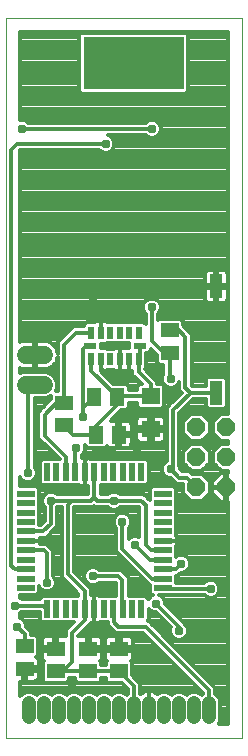
<source format=gtl>
G75*
%MOIN*%
%OFA0B0*%
%FSLAX25Y25*%
%IPPOS*%
%LPD*%
%AMOC8*
5,1,8,0,0,1.08239X$1,22.5*
%
%ADD10C,0.00000*%
%ADD11R,0.33600X0.17500*%
%ADD12R,0.05906X0.05118*%
%ADD13R,0.05118X0.05906*%
%ADD14R,0.06299X0.05512*%
%ADD15R,0.05906X0.01969*%
%ADD16R,0.01969X0.05906*%
%ADD17OC8,0.06000*%
%ADD18R,0.01969X0.04424*%
%ADD19R,0.04424X0.01969*%
%ADD20C,0.04756*%
%ADD21C,0.06000*%
%ADD22R,0.04300X0.07900*%
%ADD23C,0.01400*%
%ADD24C,0.02900*%
%ADD25C,0.03100*%
%ADD26C,0.01200*%
D10*
X0020854Y0016880D02*
X0099594Y0016880D01*
X0099594Y0257037D01*
X0020854Y0257037D01*
X0020854Y0016880D01*
D11*
X0063394Y0241730D03*
D12*
X0075476Y0152741D03*
X0075476Y0145261D03*
X0040210Y0128585D03*
X0040210Y0121104D03*
X0037405Y0046594D03*
X0037405Y0039114D03*
X0027086Y0039915D03*
X0027086Y0047396D03*
X0048329Y0046594D03*
X0048329Y0039114D03*
X0058548Y0039122D03*
X0058548Y0046602D03*
D13*
X0058464Y0118039D03*
X0057801Y0130649D03*
X0050983Y0118039D03*
X0050320Y0130649D03*
D14*
X0069117Y0130793D03*
X0069117Y0119770D03*
D15*
X0073123Y0098330D03*
X0073123Y0095180D03*
X0073123Y0092031D03*
X0073123Y0088881D03*
X0073123Y0085732D03*
X0073123Y0082582D03*
X0073123Y0079432D03*
X0073123Y0076283D03*
X0073123Y0073133D03*
X0073123Y0069984D03*
X0073123Y0066834D03*
X0027454Y0066834D03*
X0027454Y0069984D03*
X0027454Y0073133D03*
X0027454Y0076283D03*
X0027454Y0079432D03*
X0027454Y0082582D03*
X0027454Y0085732D03*
X0027454Y0088881D03*
X0027454Y0092031D03*
X0027454Y0095180D03*
X0027454Y0098330D03*
D16*
X0034540Y0105417D03*
X0037690Y0105417D03*
X0040840Y0105417D03*
X0043989Y0105417D03*
X0047139Y0105417D03*
X0050288Y0105417D03*
X0053438Y0105417D03*
X0056588Y0105417D03*
X0059737Y0105417D03*
X0062887Y0105417D03*
X0066036Y0105417D03*
X0066036Y0059747D03*
X0062887Y0059747D03*
X0059737Y0059747D03*
X0056588Y0059747D03*
X0053438Y0059747D03*
X0050288Y0059747D03*
X0047139Y0059747D03*
X0043989Y0059747D03*
X0040840Y0059747D03*
X0037690Y0059747D03*
X0034540Y0059747D03*
D17*
X0084350Y0100406D03*
X0084350Y0110406D03*
X0084350Y0120406D03*
X0094350Y0120406D03*
X0094350Y0110406D03*
X0094350Y0100406D03*
D18*
X0065070Y0143060D03*
X0061920Y0143060D03*
X0058770Y0143060D03*
X0055621Y0143060D03*
X0052471Y0143060D03*
X0049322Y0143060D03*
X0049322Y0152021D03*
X0052471Y0152021D03*
X0055621Y0152021D03*
X0058770Y0152021D03*
X0061920Y0152021D03*
X0065070Y0151991D03*
D19*
X0065463Y0147540D03*
X0048928Y0147540D03*
D20*
X0048559Y0028471D02*
X0048559Y0023715D01*
X0043559Y0023715D02*
X0043559Y0028471D01*
X0038559Y0028471D02*
X0038559Y0023715D01*
X0033559Y0023715D02*
X0033559Y0028471D01*
X0028559Y0028471D02*
X0028559Y0023715D01*
X0053559Y0023715D02*
X0053559Y0028471D01*
X0058559Y0028471D02*
X0058559Y0023715D01*
X0063559Y0023715D02*
X0063559Y0028471D01*
X0068559Y0028471D02*
X0068559Y0023715D01*
X0073559Y0023715D02*
X0073559Y0028471D01*
X0078559Y0028471D02*
X0078559Y0023715D01*
X0083559Y0023715D02*
X0083559Y0028471D01*
X0088559Y0028471D02*
X0088559Y0023715D01*
D21*
X0033439Y0134479D02*
X0027439Y0134479D01*
X0027439Y0144479D02*
X0033439Y0144479D01*
D22*
X0090965Y0131988D03*
X0090965Y0167388D03*
D23*
X0090590Y0167763D02*
X0090590Y0167013D01*
X0087115Y0167013D01*
X0087115Y0163214D01*
X0087231Y0162782D01*
X0087455Y0162394D01*
X0087771Y0162078D01*
X0088159Y0161854D01*
X0088591Y0161738D01*
X0090590Y0161738D01*
X0090590Y0167013D01*
X0091340Y0167013D01*
X0091340Y0161738D01*
X0093339Y0161738D01*
X0093771Y0161854D01*
X0094159Y0162078D01*
X0094476Y0162394D01*
X0094699Y0162782D01*
X0094815Y0163214D01*
X0094815Y0167013D01*
X0091340Y0167013D01*
X0091340Y0167763D01*
X0090590Y0167763D01*
X0087115Y0167763D01*
X0087115Y0171562D01*
X0087231Y0171994D01*
X0087455Y0172382D01*
X0087771Y0172698D01*
X0088159Y0172922D01*
X0088591Y0173038D01*
X0090590Y0173038D01*
X0090590Y0167763D01*
X0090590Y0167919D02*
X0091340Y0167919D01*
X0091340Y0167763D02*
X0091340Y0173038D01*
X0093339Y0173038D01*
X0093771Y0172922D01*
X0094159Y0172698D01*
X0094476Y0172382D01*
X0094699Y0171994D01*
X0094815Y0171562D01*
X0094815Y0167763D01*
X0091340Y0167763D01*
X0091340Y0166521D02*
X0090590Y0166521D01*
X0090590Y0165122D02*
X0091340Y0165122D01*
X0091340Y0163724D02*
X0090590Y0163724D01*
X0090590Y0162325D02*
X0091340Y0162325D01*
X0094407Y0162325D02*
X0094894Y0162325D01*
X0094894Y0160927D02*
X0072444Y0160927D01*
X0072444Y0160967D02*
X0071995Y0162051D01*
X0071165Y0162881D01*
X0070081Y0163330D01*
X0068908Y0163330D01*
X0067823Y0162881D01*
X0066994Y0162051D01*
X0066544Y0160967D01*
X0066544Y0159793D01*
X0066994Y0158709D01*
X0067394Y0158308D01*
X0067394Y0154843D01*
X0066634Y0155603D01*
X0063514Y0155603D01*
X0063484Y0155633D01*
X0060356Y0155633D01*
X0060345Y0155623D01*
X0060335Y0155633D01*
X0057206Y0155633D01*
X0057196Y0155623D01*
X0057185Y0155633D01*
X0054431Y0155633D01*
X0054112Y0155818D01*
X0053679Y0155933D01*
X0052471Y0155933D01*
X0051263Y0155933D01*
X0050831Y0155818D01*
X0050512Y0155633D01*
X0047757Y0155633D01*
X0046937Y0154813D01*
X0046937Y0154080D01*
X0043425Y0154080D01*
X0042194Y0152850D01*
X0038110Y0148766D01*
X0038110Y0145033D01*
X0038024Y0145580D01*
X0037795Y0146283D01*
X0037459Y0146943D01*
X0037024Y0147541D01*
X0036501Y0148064D01*
X0035903Y0148499D01*
X0035243Y0148835D01*
X0034540Y0149063D01*
X0033809Y0149179D01*
X0030739Y0149179D01*
X0030739Y0144779D01*
X0030139Y0144779D01*
X0030139Y0149179D01*
X0027069Y0149179D01*
X0026339Y0149063D01*
X0025635Y0148835D01*
X0025554Y0148794D01*
X0025554Y0212870D01*
X0025564Y0212880D01*
X0052022Y0212880D01*
X0052423Y0212479D01*
X0053508Y0212030D01*
X0054681Y0212030D01*
X0055765Y0212479D01*
X0056595Y0213309D01*
X0057044Y0214393D01*
X0057044Y0215567D01*
X0056595Y0216651D01*
X0055765Y0217481D01*
X0055043Y0217780D01*
X0067422Y0217780D01*
X0067823Y0217379D01*
X0068908Y0216930D01*
X0070081Y0216930D01*
X0071165Y0217379D01*
X0071995Y0218209D01*
X0072444Y0219293D01*
X0072444Y0220467D01*
X0071995Y0221551D01*
X0071165Y0222381D01*
X0070081Y0222830D01*
X0068908Y0222830D01*
X0067823Y0222381D01*
X0067422Y0221980D01*
X0028166Y0221980D01*
X0027765Y0222381D01*
X0026681Y0222830D01*
X0025554Y0222830D01*
X0025554Y0252337D01*
X0094894Y0252337D01*
X0094894Y0124806D01*
X0092527Y0124806D01*
X0089950Y0122229D01*
X0089950Y0118583D01*
X0092527Y0116006D01*
X0094894Y0116006D01*
X0094894Y0114806D01*
X0092527Y0114806D01*
X0089950Y0112229D01*
X0089950Y0108583D01*
X0092527Y0106006D01*
X0094894Y0106006D01*
X0094894Y0105106D01*
X0094650Y0105106D01*
X0094650Y0100706D01*
X0094049Y0100706D01*
X0094049Y0100106D01*
X0089650Y0100106D01*
X0089650Y0098459D01*
X0092403Y0095706D01*
X0094049Y0095706D01*
X0094049Y0100106D01*
X0094650Y0100106D01*
X0094650Y0095706D01*
X0094894Y0095706D01*
X0094894Y0021580D01*
X0091764Y0021580D01*
X0092337Y0022963D01*
X0092337Y0029222D01*
X0091762Y0030611D01*
X0090699Y0031673D01*
X0090659Y0031690D01*
X0090659Y0033685D01*
X0069494Y0054850D01*
X0068275Y0056069D01*
X0068421Y0056215D01*
X0068421Y0059982D01*
X0069223Y0059179D01*
X0070308Y0058730D01*
X0070875Y0058730D01*
X0075877Y0053728D01*
X0075644Y0053167D01*
X0075644Y0051993D01*
X0076094Y0050909D01*
X0076923Y0050079D01*
X0078008Y0049630D01*
X0079181Y0049630D01*
X0080265Y0050079D01*
X0081095Y0050909D01*
X0081544Y0051993D01*
X0081544Y0053167D01*
X0081095Y0054251D01*
X0080694Y0054652D01*
X0080694Y0054850D01*
X0073844Y0061700D01*
X0073844Y0062267D01*
X0073395Y0063351D01*
X0072565Y0064181D01*
X0071916Y0064450D01*
X0076656Y0064450D01*
X0076686Y0064480D01*
X0087022Y0064480D01*
X0087423Y0064079D01*
X0088508Y0063630D01*
X0089681Y0063630D01*
X0090765Y0064079D01*
X0091595Y0064909D01*
X0092044Y0065993D01*
X0092044Y0067167D01*
X0091595Y0068251D01*
X0090765Y0069081D01*
X0089681Y0069530D01*
X0088508Y0069530D01*
X0087423Y0069081D01*
X0087022Y0068680D01*
X0077476Y0068680D01*
X0077476Y0071033D01*
X0078317Y0071033D01*
X0079314Y0072030D01*
X0079881Y0072030D01*
X0080965Y0072479D01*
X0081795Y0073309D01*
X0082244Y0074393D01*
X0082244Y0075567D01*
X0081795Y0076651D01*
X0080965Y0077481D01*
X0079881Y0077930D01*
X0078708Y0077930D01*
X0077623Y0077481D01*
X0077476Y0077333D01*
X0077476Y0077847D01*
X0077465Y0077858D01*
X0077476Y0077868D01*
X0077476Y0080623D01*
X0077660Y0080942D01*
X0077776Y0081374D01*
X0077776Y0082582D01*
X0077776Y0083790D01*
X0077660Y0084222D01*
X0077476Y0084541D01*
X0077476Y0087296D01*
X0077465Y0087306D01*
X0077476Y0087317D01*
X0077476Y0090445D01*
X0077465Y0090456D01*
X0077476Y0090467D01*
X0077476Y0093595D01*
X0077465Y0093606D01*
X0077476Y0093616D01*
X0077476Y0096745D01*
X0077465Y0096755D01*
X0077476Y0096766D01*
X0077476Y0099894D01*
X0076656Y0100714D01*
X0069590Y0100714D01*
X0068770Y0099894D01*
X0068770Y0096766D01*
X0068781Y0096755D01*
X0068770Y0096745D01*
X0068770Y0096174D01*
X0068094Y0096850D01*
X0066864Y0098080D01*
X0058966Y0098080D01*
X0058565Y0098481D01*
X0057481Y0098930D01*
X0056308Y0098930D01*
X0055223Y0098481D01*
X0054822Y0098080D01*
X0052388Y0098080D01*
X0052388Y0101064D01*
X0055002Y0101064D01*
X0055013Y0101075D01*
X0055023Y0101064D01*
X0058152Y0101064D01*
X0058162Y0101075D01*
X0058173Y0101064D01*
X0061301Y0101064D01*
X0061312Y0101075D01*
X0061323Y0101064D01*
X0064451Y0101064D01*
X0064462Y0101075D01*
X0064472Y0101064D01*
X0067601Y0101064D01*
X0068421Y0101884D01*
X0068421Y0108949D01*
X0067601Y0109769D01*
X0064472Y0109769D01*
X0064462Y0109759D01*
X0064451Y0109769D01*
X0061323Y0109769D01*
X0061312Y0109759D01*
X0061301Y0109769D01*
X0058173Y0109769D01*
X0058162Y0109759D01*
X0058152Y0109769D01*
X0055023Y0109769D01*
X0055013Y0109759D01*
X0055002Y0109769D01*
X0051874Y0109769D01*
X0051863Y0109759D01*
X0051853Y0109769D01*
X0049098Y0109769D01*
X0048779Y0109954D01*
X0048347Y0110069D01*
X0047139Y0110069D01*
X0047139Y0105417D01*
X0047139Y0105417D01*
X0047139Y0110069D01*
X0046089Y0110069D01*
X0046089Y0111103D01*
X0046795Y0111809D01*
X0047244Y0112893D01*
X0047244Y0114067D01*
X0047089Y0114442D01*
X0047844Y0113686D01*
X0054122Y0113686D01*
X0054520Y0114084D01*
X0054544Y0114042D01*
X0054861Y0113726D01*
X0055248Y0113502D01*
X0055681Y0113386D01*
X0057884Y0113386D01*
X0057884Y0117459D01*
X0059043Y0117459D01*
X0059043Y0113386D01*
X0061247Y0113386D01*
X0061679Y0113502D01*
X0062067Y0113726D01*
X0062383Y0114042D01*
X0062607Y0114430D01*
X0062723Y0114862D01*
X0062723Y0117460D01*
X0059043Y0117460D01*
X0059043Y0118619D01*
X0057884Y0118619D01*
X0057884Y0122692D01*
X0055776Y0122692D01*
X0058464Y0125380D01*
X0059381Y0126297D01*
X0060940Y0126297D01*
X0061760Y0127117D01*
X0061760Y0128693D01*
X0064568Y0128693D01*
X0064568Y0127458D01*
X0065388Y0126637D01*
X0072847Y0126637D01*
X0073667Y0127458D01*
X0073667Y0134129D01*
X0072847Y0134949D01*
X0071217Y0134949D01*
X0071217Y0135727D01*
X0069987Y0136957D01*
X0067170Y0139775D01*
X0067170Y0139983D01*
X0067454Y0140268D01*
X0067454Y0142474D01*
X0067563Y0142584D01*
X0067563Y0145156D01*
X0068255Y0145156D01*
X0069075Y0145976D01*
X0069075Y0146629D01*
X0071123Y0144582D01*
X0071123Y0142122D01*
X0071943Y0141302D01*
X0073376Y0141302D01*
X0073376Y0138333D01*
X0073294Y0138251D01*
X0072844Y0137167D01*
X0072844Y0135993D01*
X0073294Y0134909D01*
X0074123Y0134079D01*
X0075208Y0133630D01*
X0076381Y0133630D01*
X0077465Y0134079D01*
X0078295Y0134909D01*
X0078594Y0135631D01*
X0078594Y0132826D01*
X0079433Y0131988D01*
X0075625Y0128180D01*
X0075625Y0128180D01*
X0074394Y0126950D01*
X0074394Y0109093D01*
X0074123Y0108981D01*
X0073294Y0108151D01*
X0072844Y0107067D01*
X0072844Y0105893D01*
X0073294Y0104809D01*
X0074123Y0103979D01*
X0075208Y0103530D01*
X0075775Y0103530D01*
X0077725Y0101580D01*
X0079950Y0101580D01*
X0079950Y0098583D01*
X0082527Y0096006D01*
X0086172Y0096006D01*
X0088750Y0098583D01*
X0088750Y0102229D01*
X0086172Y0104806D01*
X0082919Y0104806D01*
X0081945Y0105780D01*
X0079464Y0105780D01*
X0078744Y0106500D01*
X0078744Y0107067D01*
X0078594Y0107429D01*
X0078594Y0125210D01*
X0083272Y0129888D01*
X0087415Y0129888D01*
X0087415Y0127458D01*
X0088235Y0126638D01*
X0093695Y0126638D01*
X0094515Y0127458D01*
X0094515Y0136518D01*
X0093695Y0137338D01*
X0088235Y0137338D01*
X0087415Y0136518D01*
X0087415Y0134088D01*
X0083272Y0134088D01*
X0082794Y0134566D01*
X0082794Y0151450D01*
X0081564Y0152680D01*
X0079828Y0154416D01*
X0079828Y0155880D01*
X0079008Y0156700D01*
X0071943Y0156700D01*
X0071594Y0156352D01*
X0071594Y0158308D01*
X0071995Y0158709D01*
X0072444Y0159793D01*
X0072444Y0160967D01*
X0072335Y0159528D02*
X0094894Y0159528D01*
X0094894Y0158130D02*
X0071594Y0158130D01*
X0071594Y0156731D02*
X0094894Y0156731D01*
X0094894Y0155333D02*
X0079828Y0155333D01*
X0080310Y0153934D02*
X0094894Y0153934D01*
X0094894Y0152536D02*
X0081709Y0152536D01*
X0082794Y0151137D02*
X0094894Y0151137D01*
X0094894Y0149739D02*
X0082794Y0149739D01*
X0082794Y0148340D02*
X0094894Y0148340D01*
X0094894Y0146942D02*
X0082794Y0146942D01*
X0082794Y0145543D02*
X0094894Y0145543D01*
X0094894Y0144145D02*
X0082794Y0144145D01*
X0082794Y0142746D02*
X0094894Y0142746D01*
X0094894Y0141348D02*
X0082794Y0141348D01*
X0082794Y0139949D02*
X0094894Y0139949D01*
X0094894Y0138551D02*
X0082794Y0138551D01*
X0082794Y0137152D02*
X0088049Y0137152D01*
X0087415Y0135753D02*
X0082794Y0135753D01*
X0083005Y0134355D02*
X0087415Y0134355D01*
X0090965Y0131988D02*
X0082402Y0131988D01*
X0080694Y0133696D01*
X0080694Y0150580D01*
X0078533Y0152741D01*
X0075476Y0152741D01*
X0069494Y0149180D02*
X0073413Y0145261D01*
X0075476Y0145261D01*
X0075476Y0136899D01*
X0075794Y0136580D01*
X0073848Y0134355D02*
X0073441Y0134355D01*
X0073667Y0132956D02*
X0078594Y0132956D01*
X0078594Y0134355D02*
X0077741Y0134355D01*
X0079002Y0131558D02*
X0073667Y0131558D01*
X0073667Y0130159D02*
X0077604Y0130159D01*
X0076205Y0128761D02*
X0073667Y0128761D01*
X0073572Y0127362D02*
X0074807Y0127362D01*
X0074394Y0125964D02*
X0059048Y0125964D01*
X0057650Y0124565D02*
X0074394Y0124565D01*
X0073627Y0123570D02*
X0073311Y0123886D01*
X0072923Y0124110D01*
X0072491Y0124226D01*
X0069795Y0124226D01*
X0069795Y0120448D01*
X0068439Y0120448D01*
X0068439Y0124226D01*
X0065744Y0124226D01*
X0065311Y0124110D01*
X0064924Y0123886D01*
X0064607Y0123570D01*
X0064383Y0123182D01*
X0064268Y0122749D01*
X0064268Y0120448D01*
X0068439Y0120448D01*
X0068439Y0119092D01*
X0064268Y0119092D01*
X0064268Y0116790D01*
X0064383Y0116358D01*
X0064607Y0115970D01*
X0064924Y0115654D01*
X0065311Y0115430D01*
X0065744Y0115314D01*
X0068439Y0115314D01*
X0068439Y0119092D01*
X0069795Y0119092D01*
X0069795Y0115314D01*
X0072491Y0115314D01*
X0072923Y0115430D01*
X0073311Y0115654D01*
X0073627Y0115970D01*
X0073851Y0116358D01*
X0073967Y0116790D01*
X0073967Y0119092D01*
X0069795Y0119092D01*
X0069795Y0120448D01*
X0073967Y0120448D01*
X0073967Y0122749D01*
X0073851Y0123182D01*
X0073627Y0123570D01*
X0073855Y0123167D02*
X0074394Y0123167D01*
X0074394Y0121768D02*
X0073967Y0121768D01*
X0074394Y0120370D02*
X0069795Y0120370D01*
X0069795Y0121768D02*
X0068439Y0121768D01*
X0068439Y0120370D02*
X0062723Y0120370D01*
X0062723Y0121216D02*
X0062607Y0121648D01*
X0062383Y0122036D01*
X0062067Y0122352D01*
X0061679Y0122576D01*
X0061247Y0122692D01*
X0059043Y0122692D01*
X0059043Y0118619D01*
X0062723Y0118619D01*
X0062723Y0121216D01*
X0062537Y0121768D02*
X0064268Y0121768D01*
X0064379Y0123167D02*
X0056251Y0123167D01*
X0057884Y0121768D02*
X0059043Y0121768D01*
X0059043Y0120370D02*
X0057884Y0120370D01*
X0057884Y0118971D02*
X0059043Y0118971D01*
X0058464Y0118039D02*
X0058294Y0117870D01*
X0058294Y0114180D01*
X0056894Y0112780D01*
X0050594Y0112780D01*
X0047139Y0109324D01*
X0047139Y0105417D01*
X0047139Y0100764D01*
X0048188Y0100764D01*
X0048188Y0098080D01*
X0037966Y0098080D01*
X0037565Y0098481D01*
X0036481Y0098930D01*
X0035308Y0098930D01*
X0034223Y0098481D01*
X0033394Y0097651D01*
X0032944Y0096567D01*
X0032944Y0095393D01*
X0033394Y0094309D01*
X0033794Y0093908D01*
X0033794Y0089150D01*
X0032476Y0087832D01*
X0031807Y0087832D01*
X0031807Y0090445D01*
X0031796Y0090456D01*
X0031807Y0090467D01*
X0031807Y0093595D01*
X0031796Y0093606D01*
X0031807Y0093616D01*
X0031807Y0096745D01*
X0031796Y0096755D01*
X0031807Y0096766D01*
X0031807Y0099894D01*
X0030986Y0100714D01*
X0025554Y0100714D01*
X0025554Y0103745D01*
X0025694Y0103409D01*
X0026523Y0102579D01*
X0027608Y0102130D01*
X0028781Y0102130D01*
X0029865Y0102579D01*
X0030695Y0103409D01*
X0031144Y0104493D01*
X0031144Y0105667D01*
X0030695Y0106751D01*
X0030439Y0107007D01*
X0030439Y0130079D01*
X0034314Y0130079D01*
X0035857Y0130718D01*
X0035857Y0129713D01*
X0035599Y0129455D01*
X0031694Y0125550D01*
X0031694Y0116810D01*
X0032925Y0115580D01*
X0038735Y0109769D01*
X0036126Y0109769D01*
X0036115Y0109759D01*
X0036105Y0109769D01*
X0032976Y0109769D01*
X0032156Y0108949D01*
X0032156Y0101884D01*
X0032976Y0101064D01*
X0036105Y0101064D01*
X0036115Y0101075D01*
X0036126Y0101064D01*
X0039254Y0101064D01*
X0039265Y0101075D01*
X0039275Y0101064D01*
X0042404Y0101064D01*
X0042414Y0101075D01*
X0042425Y0101064D01*
X0045179Y0101064D01*
X0045498Y0100880D01*
X0045931Y0100764D01*
X0047139Y0100764D01*
X0047139Y0105417D01*
X0047139Y0105417D01*
X0047139Y0104986D02*
X0047139Y0104986D01*
X0047139Y0103588D02*
X0047139Y0103588D01*
X0047139Y0102189D02*
X0047139Y0102189D01*
X0047139Y0100791D02*
X0047139Y0100791D01*
X0045831Y0100791D02*
X0025554Y0100791D01*
X0025554Y0102189D02*
X0027465Y0102189D01*
X0025619Y0103588D02*
X0025554Y0103588D01*
X0028194Y0105080D02*
X0028339Y0105225D01*
X0028339Y0132379D01*
X0030439Y0134479D01*
X0030139Y0139779D02*
X0030139Y0144179D01*
X0030739Y0144179D01*
X0030739Y0139779D01*
X0033809Y0139779D01*
X0034540Y0139895D01*
X0035243Y0140124D01*
X0035903Y0140459D01*
X0036501Y0140894D01*
X0037024Y0141417D01*
X0037459Y0142016D01*
X0037795Y0142675D01*
X0038024Y0143379D01*
X0038110Y0143925D01*
X0038110Y0132544D01*
X0037400Y0132544D01*
X0037839Y0133604D01*
X0037839Y0135354D01*
X0037169Y0136972D01*
X0035932Y0138209D01*
X0034314Y0138879D01*
X0026564Y0138879D01*
X0025554Y0138461D01*
X0025554Y0140165D01*
X0025635Y0140124D01*
X0026339Y0139895D01*
X0027069Y0139779D01*
X0030139Y0139779D01*
X0030139Y0139949D02*
X0030739Y0139949D01*
X0030739Y0141348D02*
X0030139Y0141348D01*
X0030139Y0142746D02*
X0030739Y0142746D01*
X0030739Y0144145D02*
X0030139Y0144145D01*
X0030139Y0145543D02*
X0030739Y0145543D01*
X0030739Y0146942D02*
X0030139Y0146942D01*
X0030139Y0148340D02*
X0030739Y0148340D01*
X0025554Y0149739D02*
X0039083Y0149739D01*
X0038110Y0148340D02*
X0036121Y0148340D01*
X0037460Y0146942D02*
X0038110Y0146942D01*
X0038110Y0145543D02*
X0038029Y0145543D01*
X0038110Y0142746D02*
X0037818Y0142746D01*
X0038110Y0141348D02*
X0036954Y0141348D01*
X0038110Y0139949D02*
X0034706Y0139949D01*
X0035108Y0138551D02*
X0038110Y0138551D01*
X0038110Y0137152D02*
X0036989Y0137152D01*
X0037674Y0135753D02*
X0038110Y0135753D01*
X0038110Y0134355D02*
X0037839Y0134355D01*
X0037571Y0132956D02*
X0038110Y0132956D01*
X0035857Y0130159D02*
X0034508Y0130159D01*
X0034905Y0128761D02*
X0030439Y0128761D01*
X0030439Y0127362D02*
X0033507Y0127362D01*
X0032108Y0125964D02*
X0030439Y0125964D01*
X0030439Y0124565D02*
X0031694Y0124565D01*
X0031694Y0123167D02*
X0030439Y0123167D01*
X0030439Y0121768D02*
X0031694Y0121768D01*
X0031694Y0120370D02*
X0030439Y0120370D01*
X0030439Y0118971D02*
X0031694Y0118971D01*
X0031694Y0117573D02*
X0030439Y0117573D01*
X0030439Y0116174D02*
X0032330Y0116174D01*
X0033729Y0114776D02*
X0030439Y0114776D01*
X0030439Y0113377D02*
X0035127Y0113377D01*
X0036526Y0111979D02*
X0030439Y0111979D01*
X0030439Y0110580D02*
X0037924Y0110580D01*
X0040840Y0110635D02*
X0040840Y0105417D01*
X0040840Y0110635D02*
X0033794Y0117680D01*
X0033794Y0124680D01*
X0037699Y0128585D01*
X0040210Y0128585D01*
X0040210Y0147896D01*
X0044294Y0151980D01*
X0049280Y0151980D01*
X0049322Y0152021D01*
X0048928Y0147540D02*
X0047555Y0147540D01*
X0046394Y0146380D01*
X0046394Y0126723D01*
X0046394Y0123980D01*
X0046394Y0126723D02*
X0050320Y0130649D01*
X0057101Y0131474D02*
X0049322Y0139253D01*
X0049322Y0143060D01*
X0052471Y0143060D02*
X0052471Y0139148D01*
X0052397Y0139148D01*
X0056542Y0135002D01*
X0060940Y0135002D01*
X0061760Y0134182D01*
X0061760Y0132893D01*
X0064568Y0132893D01*
X0064568Y0134129D01*
X0065388Y0134949D01*
X0066055Y0134949D01*
X0062970Y0138035D01*
X0062970Y0139148D01*
X0061920Y0139148D01*
X0061920Y0143060D01*
X0061920Y0143060D01*
X0061920Y0139148D01*
X0060712Y0139148D01*
X0060345Y0139246D01*
X0059978Y0139148D01*
X0058770Y0139148D01*
X0058770Y0143060D01*
X0058770Y0146972D01*
X0057562Y0146972D01*
X0057130Y0146856D01*
X0056811Y0146672D01*
X0054431Y0146672D01*
X0054112Y0146856D01*
X0053679Y0146972D01*
X0052540Y0146972D01*
X0052540Y0148109D01*
X0053679Y0148109D01*
X0054112Y0148225D01*
X0054431Y0148409D01*
X0057185Y0148409D01*
X0057196Y0148420D01*
X0057206Y0148409D01*
X0060335Y0148409D01*
X0060345Y0148420D01*
X0060356Y0148409D01*
X0061851Y0148409D01*
X0061851Y0146972D01*
X0060712Y0146972D01*
X0060345Y0146874D01*
X0059978Y0146972D01*
X0058770Y0146972D01*
X0058770Y0143060D01*
X0058770Y0143060D01*
X0058770Y0139856D01*
X0056894Y0137980D01*
X0054794Y0137980D01*
X0052471Y0140303D01*
X0052471Y0143060D01*
X0052471Y0143060D01*
X0052471Y0139148D01*
X0053679Y0139148D01*
X0054112Y0139263D01*
X0054431Y0139448D01*
X0056811Y0139448D01*
X0057130Y0139263D01*
X0057562Y0139148D01*
X0058770Y0139148D01*
X0058770Y0143060D01*
X0058770Y0143060D01*
X0058770Y0142746D02*
X0058770Y0142746D01*
X0058770Y0141348D02*
X0058770Y0141348D01*
X0058770Y0139949D02*
X0058770Y0139949D01*
X0058770Y0144145D02*
X0058770Y0144145D01*
X0058770Y0145543D02*
X0058770Y0145543D01*
X0058770Y0146942D02*
X0058770Y0146942D01*
X0060092Y0146942D02*
X0060598Y0146942D01*
X0061851Y0148340D02*
X0054311Y0148340D01*
X0053793Y0146942D02*
X0057449Y0146942D01*
X0054392Y0137152D02*
X0063853Y0137152D01*
X0062970Y0138551D02*
X0052994Y0138551D01*
X0052471Y0139949D02*
X0052471Y0139949D01*
X0052471Y0141348D02*
X0052471Y0141348D01*
X0052471Y0142746D02*
X0052471Y0142746D01*
X0055791Y0135753D02*
X0065251Y0135753D01*
X0064793Y0134355D02*
X0061587Y0134355D01*
X0061760Y0132956D02*
X0064568Y0132956D01*
X0069117Y0134857D02*
X0065070Y0138905D01*
X0065070Y0143060D01*
X0065463Y0143453D01*
X0065463Y0147540D01*
X0067563Y0144145D02*
X0071123Y0144145D01*
X0071123Y0142746D02*
X0067563Y0142746D01*
X0067454Y0141348D02*
X0071897Y0141348D01*
X0073376Y0139949D02*
X0067170Y0139949D01*
X0068394Y0138551D02*
X0073376Y0138551D01*
X0072844Y0137152D02*
X0069792Y0137152D01*
X0071191Y0135753D02*
X0072944Y0135753D01*
X0069117Y0134857D02*
X0069117Y0130793D01*
X0057945Y0130793D01*
X0057801Y0130649D01*
X0057594Y0130443D01*
X0057594Y0127480D01*
X0050983Y0120869D01*
X0050983Y0118039D01*
X0043276Y0118039D01*
X0040210Y0121104D01*
X0044294Y0113480D02*
X0043989Y0113175D01*
X0043989Y0105417D01*
X0046089Y0110580D02*
X0074394Y0110580D01*
X0074394Y0109182D02*
X0068188Y0109182D01*
X0068421Y0107783D02*
X0073141Y0107783D01*
X0072844Y0106385D02*
X0068421Y0106385D01*
X0068421Y0104986D02*
X0073220Y0104986D01*
X0075068Y0103588D02*
X0068421Y0103588D01*
X0068421Y0102189D02*
X0077115Y0102189D01*
X0077476Y0099392D02*
X0079950Y0099392D01*
X0079950Y0100791D02*
X0052388Y0100791D01*
X0052388Y0099392D02*
X0068770Y0099392D01*
X0068770Y0097994D02*
X0066951Y0097994D01*
X0068349Y0096595D02*
X0068770Y0096595D01*
X0067394Y0094580D02*
X0065994Y0095980D01*
X0056894Y0095980D01*
X0051382Y0095980D01*
X0050288Y0097074D01*
X0050288Y0105417D01*
X0048188Y0099392D02*
X0031807Y0099392D01*
X0031807Y0097994D02*
X0033736Y0097994D01*
X0032956Y0096595D02*
X0031807Y0096595D01*
X0031807Y0095197D02*
X0033026Y0095197D01*
X0033794Y0093798D02*
X0031807Y0093798D01*
X0031807Y0092400D02*
X0033794Y0092400D01*
X0033794Y0091001D02*
X0031807Y0091001D01*
X0031807Y0089603D02*
X0033794Y0089603D01*
X0032849Y0088204D02*
X0031807Y0088204D01*
X0033346Y0085732D02*
X0027454Y0085732D01*
X0027454Y0082582D02*
X0032107Y0082582D01*
X0032107Y0083632D01*
X0034216Y0083632D01*
X0035446Y0084862D01*
X0037994Y0087410D01*
X0037994Y0093880D01*
X0039439Y0093880D01*
X0039439Y0070566D01*
X0044994Y0065010D01*
X0044994Y0064100D01*
X0042425Y0064100D01*
X0042414Y0064089D01*
X0042404Y0064100D01*
X0039275Y0064100D01*
X0039265Y0064089D01*
X0039254Y0064100D01*
X0036126Y0064100D01*
X0036115Y0064089D01*
X0036105Y0064100D01*
X0032976Y0064100D01*
X0032156Y0063280D01*
X0032156Y0063080D01*
X0026066Y0063080D01*
X0025665Y0063481D01*
X0025554Y0063527D01*
X0025554Y0064450D01*
X0030986Y0064450D01*
X0031807Y0065270D01*
X0031807Y0067460D01*
X0031994Y0067009D01*
X0032823Y0066179D01*
X0033908Y0065730D01*
X0035081Y0065730D01*
X0036165Y0066179D01*
X0036995Y0067009D01*
X0037444Y0068093D01*
X0037444Y0069267D01*
X0036995Y0070351D01*
X0036594Y0070752D01*
X0036594Y0079350D01*
X0035642Y0080302D01*
X0034412Y0081532D01*
X0032107Y0081532D01*
X0032107Y0082582D01*
X0027454Y0082582D01*
X0027454Y0082582D01*
X0027454Y0079432D02*
X0033542Y0079432D01*
X0034494Y0078480D01*
X0034494Y0068680D01*
X0033671Y0065828D02*
X0031807Y0065828D01*
X0031807Y0067226D02*
X0031903Y0067226D01*
X0035318Y0065828D02*
X0044177Y0065828D01*
X0044994Y0064429D02*
X0025554Y0064429D01*
X0023994Y0060980D02*
X0033308Y0060980D01*
X0034540Y0059747D01*
X0032156Y0058880D02*
X0032156Y0056215D01*
X0032976Y0055395D01*
X0036105Y0055395D01*
X0036115Y0055405D01*
X0036126Y0055395D01*
X0039254Y0055395D01*
X0039265Y0055405D01*
X0039275Y0055395D01*
X0042404Y0055395D01*
X0042414Y0055405D01*
X0042425Y0055395D01*
X0043439Y0055395D01*
X0042025Y0053980D01*
X0040794Y0052750D01*
X0040794Y0050796D01*
X0040581Y0050853D01*
X0037984Y0050853D01*
X0037984Y0047174D01*
X0036825Y0047174D01*
X0036825Y0050853D01*
X0034228Y0050853D01*
X0033796Y0050737D01*
X0033408Y0050513D01*
X0033092Y0050197D01*
X0032868Y0049809D01*
X0032752Y0049377D01*
X0032752Y0047173D01*
X0036825Y0047173D01*
X0036825Y0046014D01*
X0032752Y0046014D01*
X0032752Y0043811D01*
X0032868Y0043379D01*
X0033092Y0042991D01*
X0033408Y0042675D01*
X0033450Y0042650D01*
X0033052Y0042253D01*
X0033052Y0035975D01*
X0033872Y0035155D01*
X0040938Y0035155D01*
X0041758Y0035975D01*
X0041758Y0037014D01*
X0043976Y0037014D01*
X0043976Y0035975D01*
X0044796Y0035155D01*
X0051862Y0035155D01*
X0052682Y0035975D01*
X0052682Y0037022D01*
X0054195Y0037022D01*
X0054195Y0035983D01*
X0055015Y0035163D01*
X0059537Y0035163D01*
X0061459Y0033241D01*
X0061459Y0031690D01*
X0061419Y0031673D01*
X0061059Y0031313D01*
X0060699Y0031673D01*
X0059310Y0032249D01*
X0057807Y0032249D01*
X0056419Y0031673D01*
X0056059Y0031313D01*
X0055699Y0031673D01*
X0054310Y0032249D01*
X0052807Y0032249D01*
X0051419Y0031673D01*
X0051059Y0031313D01*
X0050699Y0031673D01*
X0049310Y0032249D01*
X0047807Y0032249D01*
X0046419Y0031673D01*
X0046059Y0031313D01*
X0045699Y0031673D01*
X0044310Y0032249D01*
X0042807Y0032249D01*
X0041419Y0031673D01*
X0041059Y0031313D01*
X0040699Y0031673D01*
X0039310Y0032249D01*
X0037807Y0032249D01*
X0036419Y0031673D01*
X0036059Y0031313D01*
X0035699Y0031673D01*
X0034310Y0032249D01*
X0032807Y0032249D01*
X0031419Y0031673D01*
X0031059Y0031313D01*
X0030699Y0031673D01*
X0029310Y0032249D01*
X0027807Y0032249D01*
X0026419Y0031673D01*
X0025554Y0030809D01*
X0025554Y0035656D01*
X0026507Y0035656D01*
X0026507Y0039336D01*
X0027666Y0039336D01*
X0027666Y0040495D01*
X0031739Y0040495D01*
X0031739Y0042698D01*
X0031623Y0043131D01*
X0031399Y0043518D01*
X0031083Y0043835D01*
X0031041Y0043859D01*
X0031439Y0044257D01*
X0031439Y0050535D01*
X0030619Y0051355D01*
X0029186Y0051355D01*
X0029186Y0052458D01*
X0027644Y0054000D01*
X0027644Y0054567D01*
X0027195Y0055651D01*
X0026365Y0056481D01*
X0025554Y0056817D01*
X0025554Y0058433D01*
X0025665Y0058479D01*
X0026066Y0058880D01*
X0032156Y0058880D01*
X0032156Y0058835D02*
X0026022Y0058835D01*
X0025554Y0057437D02*
X0032156Y0057437D01*
X0032332Y0056038D02*
X0026808Y0056038D01*
X0027614Y0054640D02*
X0042684Y0054640D01*
X0041286Y0053241D02*
X0028403Y0053241D01*
X0029186Y0051843D02*
X0040794Y0051843D01*
X0042894Y0051880D02*
X0042894Y0042080D01*
X0039928Y0039114D01*
X0037405Y0039114D01*
X0048329Y0039114D01*
X0048337Y0039122D01*
X0058548Y0039122D01*
X0063559Y0034111D01*
X0063559Y0026093D01*
X0065847Y0031526D02*
X0065699Y0031673D01*
X0065659Y0031690D01*
X0065659Y0034981D01*
X0062901Y0037739D01*
X0062901Y0042261D01*
X0062503Y0042659D01*
X0062545Y0042683D01*
X0062861Y0042999D01*
X0063085Y0043387D01*
X0063201Y0043819D01*
X0063201Y0046023D01*
X0059128Y0046023D01*
X0059128Y0047182D01*
X0063201Y0047182D01*
X0063201Y0049385D01*
X0063085Y0049817D01*
X0062861Y0050205D01*
X0062545Y0050522D01*
X0062157Y0050745D01*
X0061725Y0050861D01*
X0059128Y0050861D01*
X0059128Y0047182D01*
X0057969Y0047182D01*
X0057969Y0050861D01*
X0055372Y0050861D01*
X0054939Y0050745D01*
X0054552Y0050522D01*
X0054235Y0050205D01*
X0054011Y0049817D01*
X0053895Y0049385D01*
X0053895Y0047182D01*
X0057969Y0047182D01*
X0057969Y0046023D01*
X0053895Y0046023D01*
X0053895Y0043819D01*
X0054011Y0043387D01*
X0054235Y0042999D01*
X0054552Y0042683D01*
X0054593Y0042659D01*
X0054195Y0042261D01*
X0054195Y0041222D01*
X0052682Y0041222D01*
X0052682Y0042253D01*
X0052284Y0042650D01*
X0052326Y0042675D01*
X0052642Y0042991D01*
X0052866Y0043379D01*
X0052982Y0043811D01*
X0052982Y0046014D01*
X0048909Y0046014D01*
X0048909Y0047173D01*
X0052982Y0047173D01*
X0052982Y0049377D01*
X0052866Y0049809D01*
X0052642Y0050197D01*
X0052326Y0050513D01*
X0051938Y0050737D01*
X0051506Y0050853D01*
X0048908Y0050853D01*
X0048908Y0047174D01*
X0047749Y0047174D01*
X0047749Y0050853D01*
X0045152Y0050853D01*
X0044994Y0050811D01*
X0044994Y0051010D01*
X0049079Y0055095D01*
X0049080Y0055095D01*
X0050288Y0055095D01*
X0050288Y0059747D01*
X0050288Y0059747D01*
X0050288Y0055095D01*
X0051496Y0055095D01*
X0051929Y0055210D01*
X0052248Y0055395D01*
X0054794Y0055395D01*
X0054794Y0054510D01*
X0056025Y0053280D01*
X0057425Y0051880D01*
X0066525Y0051880D01*
X0086459Y0031946D01*
X0086459Y0031690D01*
X0086419Y0031673D01*
X0086059Y0031313D01*
X0085699Y0031673D01*
X0084310Y0032249D01*
X0082807Y0032249D01*
X0081419Y0031673D01*
X0081059Y0031313D01*
X0080699Y0031673D01*
X0079310Y0032249D01*
X0077807Y0032249D01*
X0076419Y0031673D01*
X0076059Y0031313D01*
X0075699Y0031673D01*
X0074310Y0032249D01*
X0072807Y0032249D01*
X0071419Y0031673D01*
X0071271Y0031526D01*
X0071216Y0031581D01*
X0070696Y0031958D01*
X0070124Y0032250D01*
X0069514Y0032448D01*
X0068880Y0032549D01*
X0068559Y0032549D01*
X0068559Y0026093D01*
X0068559Y0026093D01*
X0068559Y0032549D01*
X0068238Y0032549D01*
X0067604Y0032448D01*
X0066994Y0032250D01*
X0066422Y0031958D01*
X0065902Y0031581D01*
X0065847Y0031526D01*
X0065659Y0032264D02*
X0067036Y0032264D01*
X0065659Y0033662D02*
X0084742Y0033662D01*
X0083344Y0035061D02*
X0065579Y0035061D01*
X0064181Y0036459D02*
X0081945Y0036459D01*
X0083690Y0040655D02*
X0094894Y0040655D01*
X0094894Y0042053D02*
X0082291Y0042053D01*
X0080893Y0043452D02*
X0094894Y0043452D01*
X0094894Y0044850D02*
X0079494Y0044850D01*
X0078095Y0046249D02*
X0094894Y0046249D01*
X0094894Y0047647D02*
X0076697Y0047647D01*
X0075298Y0049046D02*
X0094894Y0049046D01*
X0094894Y0050444D02*
X0080631Y0050444D01*
X0081482Y0051843D02*
X0094894Y0051843D01*
X0094894Y0053241D02*
X0081514Y0053241D01*
X0080707Y0054640D02*
X0094894Y0054640D01*
X0094894Y0056038D02*
X0079506Y0056038D01*
X0078107Y0057437D02*
X0094894Y0057437D01*
X0094894Y0058835D02*
X0076709Y0058835D01*
X0075310Y0060234D02*
X0094894Y0060234D01*
X0094894Y0061632D02*
X0073912Y0061632D01*
X0073528Y0063031D02*
X0094894Y0063031D01*
X0094894Y0064429D02*
X0091116Y0064429D01*
X0091976Y0065828D02*
X0094894Y0065828D01*
X0094894Y0067226D02*
X0092020Y0067226D01*
X0091221Y0068625D02*
X0094894Y0068625D01*
X0094894Y0070023D02*
X0077476Y0070023D01*
X0078706Y0071422D02*
X0094894Y0071422D01*
X0094894Y0072820D02*
X0081307Y0072820D01*
X0082172Y0074219D02*
X0094894Y0074219D01*
X0094894Y0075617D02*
X0082223Y0075617D01*
X0081430Y0077016D02*
X0094894Y0077016D01*
X0094894Y0078415D02*
X0077476Y0078415D01*
X0077476Y0079813D02*
X0094894Y0079813D01*
X0094894Y0081212D02*
X0077732Y0081212D01*
X0077776Y0082582D02*
X0073123Y0082582D01*
X0077776Y0082582D01*
X0077776Y0082610D02*
X0094894Y0082610D01*
X0094894Y0084009D02*
X0077717Y0084009D01*
X0077476Y0085407D02*
X0094894Y0085407D01*
X0094894Y0086806D02*
X0077476Y0086806D01*
X0077476Y0088204D02*
X0094894Y0088204D01*
X0094894Y0089603D02*
X0077476Y0089603D01*
X0077476Y0091001D02*
X0094894Y0091001D01*
X0094894Y0092400D02*
X0077476Y0092400D01*
X0077476Y0093798D02*
X0094894Y0093798D01*
X0094894Y0095197D02*
X0077476Y0095197D01*
X0077476Y0096595D02*
X0081938Y0096595D01*
X0080539Y0097994D02*
X0077476Y0097994D01*
X0078594Y0103680D02*
X0075794Y0106480D01*
X0076494Y0106480D01*
X0076494Y0126080D01*
X0082402Y0131988D01*
X0082145Y0128761D02*
X0087415Y0128761D01*
X0087511Y0127362D02*
X0080747Y0127362D01*
X0082527Y0124806D02*
X0079950Y0122229D01*
X0079950Y0118583D01*
X0082527Y0116006D01*
X0086172Y0116006D01*
X0088750Y0118583D01*
X0088750Y0122229D01*
X0086172Y0124806D01*
X0082527Y0124806D01*
X0082286Y0124565D02*
X0078594Y0124565D01*
X0078594Y0123167D02*
X0080888Y0123167D01*
X0079950Y0121768D02*
X0078594Y0121768D01*
X0078594Y0120370D02*
X0079950Y0120370D01*
X0079950Y0118971D02*
X0078594Y0118971D01*
X0078594Y0117573D02*
X0080960Y0117573D01*
X0082359Y0116174D02*
X0078594Y0116174D01*
X0078594Y0114776D02*
X0082497Y0114776D01*
X0082527Y0114806D02*
X0079950Y0112229D01*
X0079950Y0108583D01*
X0082527Y0106006D01*
X0086172Y0106006D01*
X0088750Y0108583D01*
X0088750Y0112229D01*
X0086172Y0114806D01*
X0082527Y0114806D01*
X0081098Y0113377D02*
X0078594Y0113377D01*
X0078594Y0111979D02*
X0079950Y0111979D01*
X0079950Y0110580D02*
X0078594Y0110580D01*
X0078594Y0109182D02*
X0079950Y0109182D01*
X0080750Y0107783D02*
X0078594Y0107783D01*
X0078860Y0106385D02*
X0082148Y0106385D01*
X0082739Y0104986D02*
X0092283Y0104986D01*
X0092403Y0105106D02*
X0089650Y0102353D01*
X0089650Y0100706D01*
X0094049Y0100706D01*
X0094049Y0105106D01*
X0092403Y0105106D01*
X0092148Y0106385D02*
X0086551Y0106385D01*
X0087949Y0107783D02*
X0090750Y0107783D01*
X0089950Y0109182D02*
X0088750Y0109182D01*
X0088750Y0110580D02*
X0089950Y0110580D01*
X0089950Y0111979D02*
X0088750Y0111979D01*
X0087601Y0113377D02*
X0091098Y0113377D01*
X0092497Y0114776D02*
X0086202Y0114776D01*
X0086340Y0116174D02*
X0092359Y0116174D01*
X0090960Y0117573D02*
X0087739Y0117573D01*
X0088750Y0118971D02*
X0089950Y0118971D01*
X0089950Y0120370D02*
X0088750Y0120370D01*
X0088750Y0121768D02*
X0089950Y0121768D01*
X0090888Y0123167D02*
X0087811Y0123167D01*
X0086413Y0124565D02*
X0092286Y0124565D01*
X0094894Y0125964D02*
X0079348Y0125964D01*
X0074394Y0118971D02*
X0073967Y0118971D01*
X0073967Y0117573D02*
X0074394Y0117573D01*
X0074394Y0116174D02*
X0073745Y0116174D01*
X0074394Y0114776D02*
X0062700Y0114776D01*
X0062723Y0116174D02*
X0064489Y0116174D01*
X0064268Y0117573D02*
X0059043Y0117573D01*
X0059043Y0116174D02*
X0057884Y0116174D01*
X0057884Y0114776D02*
X0059043Y0114776D01*
X0062723Y0118971D02*
X0064268Y0118971D01*
X0068439Y0118971D02*
X0069795Y0118971D01*
X0069795Y0117573D02*
X0068439Y0117573D01*
X0068439Y0116174D02*
X0069795Y0116174D01*
X0069795Y0123167D02*
X0068439Y0123167D01*
X0064663Y0127362D02*
X0061760Y0127362D01*
X0057801Y0131474D02*
X0057101Y0131474D01*
X0061920Y0139949D02*
X0061920Y0139949D01*
X0061920Y0141348D02*
X0061920Y0141348D01*
X0061920Y0142746D02*
X0061920Y0142746D01*
X0066904Y0155333D02*
X0067394Y0155333D01*
X0067394Y0156731D02*
X0025554Y0156731D01*
X0025554Y0155333D02*
X0047457Y0155333D01*
X0043279Y0153934D02*
X0025554Y0153934D01*
X0025554Y0152536D02*
X0041880Y0152536D01*
X0040482Y0151137D02*
X0025554Y0151137D01*
X0025554Y0158130D02*
X0067394Y0158130D01*
X0066654Y0159528D02*
X0025554Y0159528D01*
X0025554Y0160927D02*
X0066544Y0160927D01*
X0067268Y0162325D02*
X0025554Y0162325D01*
X0025554Y0163724D02*
X0087115Y0163724D01*
X0087115Y0165122D02*
X0025554Y0165122D01*
X0025554Y0166521D02*
X0087115Y0166521D01*
X0087115Y0167919D02*
X0025554Y0167919D01*
X0025554Y0169318D02*
X0087115Y0169318D01*
X0087115Y0170716D02*
X0025554Y0170716D01*
X0025554Y0172115D02*
X0087301Y0172115D01*
X0090590Y0172115D02*
X0091340Y0172115D01*
X0091340Y0170716D02*
X0090590Y0170716D01*
X0090590Y0169318D02*
X0091340Y0169318D01*
X0094815Y0169318D02*
X0094894Y0169318D01*
X0094894Y0170716D02*
X0094815Y0170716D01*
X0094894Y0172115D02*
X0094630Y0172115D01*
X0094894Y0173513D02*
X0025554Y0173513D01*
X0025554Y0174912D02*
X0094894Y0174912D01*
X0094894Y0176310D02*
X0025554Y0176310D01*
X0025554Y0177709D02*
X0094894Y0177709D01*
X0094894Y0179107D02*
X0025554Y0179107D01*
X0025554Y0180506D02*
X0094894Y0180506D01*
X0094894Y0181904D02*
X0025554Y0181904D01*
X0025554Y0183303D02*
X0094894Y0183303D01*
X0094894Y0184701D02*
X0025554Y0184701D01*
X0025554Y0186100D02*
X0094894Y0186100D01*
X0094894Y0187498D02*
X0025554Y0187498D01*
X0025554Y0188897D02*
X0094894Y0188897D01*
X0094894Y0190295D02*
X0025554Y0190295D01*
X0025554Y0191694D02*
X0094894Y0191694D01*
X0094894Y0193092D02*
X0025554Y0193092D01*
X0025554Y0194491D02*
X0094894Y0194491D01*
X0094894Y0195889D02*
X0025554Y0195889D01*
X0025554Y0197288D02*
X0094894Y0197288D01*
X0094894Y0198686D02*
X0025554Y0198686D01*
X0025554Y0200085D02*
X0094894Y0200085D01*
X0094894Y0201484D02*
X0025554Y0201484D01*
X0025554Y0202882D02*
X0094894Y0202882D01*
X0094894Y0204281D02*
X0025554Y0204281D01*
X0025554Y0205679D02*
X0094894Y0205679D01*
X0094894Y0207078D02*
X0025554Y0207078D01*
X0025554Y0208476D02*
X0094894Y0208476D01*
X0094894Y0209875D02*
X0025554Y0209875D01*
X0025554Y0211273D02*
X0094894Y0211273D01*
X0094894Y0212672D02*
X0055958Y0212672D01*
X0056911Y0214070D02*
X0094894Y0214070D01*
X0094894Y0215469D02*
X0057044Y0215469D01*
X0056379Y0216867D02*
X0094894Y0216867D01*
X0094894Y0218266D02*
X0072019Y0218266D01*
X0072444Y0219664D02*
X0094894Y0219664D01*
X0094894Y0221063D02*
X0072198Y0221063D01*
X0070972Y0222461D02*
X0094894Y0222461D01*
X0094894Y0223860D02*
X0025554Y0223860D01*
X0025554Y0225258D02*
X0094894Y0225258D01*
X0094894Y0226657D02*
X0025554Y0226657D01*
X0025554Y0228055D02*
X0094894Y0228055D01*
X0094894Y0229454D02*
X0025554Y0229454D01*
X0025554Y0230852D02*
X0094894Y0230852D01*
X0094894Y0232251D02*
X0081445Y0232251D01*
X0081594Y0232400D02*
X0080774Y0231580D01*
X0046014Y0231580D01*
X0045194Y0232400D01*
X0045194Y0251060D01*
X0046014Y0251880D01*
X0080774Y0251880D01*
X0081594Y0251060D01*
X0081594Y0232400D01*
X0081594Y0233649D02*
X0094894Y0233649D01*
X0094894Y0235048D02*
X0081594Y0235048D01*
X0081594Y0236446D02*
X0094894Y0236446D01*
X0094894Y0237845D02*
X0081594Y0237845D01*
X0081594Y0239243D02*
X0094894Y0239243D01*
X0094894Y0240642D02*
X0081594Y0240642D01*
X0081594Y0242040D02*
X0094894Y0242040D01*
X0094894Y0243439D02*
X0081594Y0243439D01*
X0081594Y0244837D02*
X0094894Y0244837D01*
X0094894Y0246236D02*
X0081594Y0246236D01*
X0081594Y0247634D02*
X0094894Y0247634D01*
X0094894Y0249033D02*
X0081594Y0249033D01*
X0081594Y0250431D02*
X0094894Y0250431D01*
X0094894Y0251830D02*
X0080824Y0251830D01*
X0068017Y0222461D02*
X0027572Y0222461D01*
X0026094Y0219880D02*
X0069494Y0219880D01*
X0054094Y0214980D02*
X0024694Y0214980D01*
X0022594Y0212880D01*
X0022594Y0074280D01*
X0023741Y0073133D01*
X0027454Y0073133D01*
X0032107Y0082610D02*
X0039439Y0082610D01*
X0039439Y0081212D02*
X0034733Y0081212D01*
X0036131Y0079813D02*
X0039439Y0079813D01*
X0039439Y0078415D02*
X0036594Y0078415D01*
X0036594Y0077016D02*
X0039439Y0077016D01*
X0039439Y0075617D02*
X0036594Y0075617D01*
X0036594Y0074219D02*
X0039439Y0074219D01*
X0039439Y0072820D02*
X0036594Y0072820D01*
X0036594Y0071422D02*
X0039439Y0071422D01*
X0039981Y0070023D02*
X0037131Y0070023D01*
X0037444Y0068625D02*
X0041380Y0068625D01*
X0042778Y0067226D02*
X0037085Y0067226D01*
X0041539Y0071436D02*
X0047094Y0065880D01*
X0047094Y0059792D01*
X0047139Y0059747D01*
X0047139Y0056124D01*
X0042894Y0051880D01*
X0045827Y0051843D02*
X0066562Y0051843D01*
X0067960Y0050444D02*
X0062622Y0050444D01*
X0063201Y0049046D02*
X0069359Y0049046D01*
X0067394Y0053980D02*
X0058294Y0053980D01*
X0056894Y0055380D01*
X0056894Y0059441D01*
X0056588Y0059747D01*
X0057594Y0064100D02*
X0055023Y0064100D01*
X0055013Y0064089D01*
X0055002Y0064100D01*
X0052248Y0064100D01*
X0051929Y0064284D01*
X0051496Y0064400D01*
X0050288Y0064400D01*
X0049194Y0064400D01*
X0049194Y0066750D01*
X0047964Y0067980D01*
X0043639Y0072305D01*
X0043639Y0093755D01*
X0043764Y0093880D01*
X0046225Y0093880D01*
X0046269Y0093836D01*
X0048009Y0093836D01*
X0048053Y0093880D01*
X0050064Y0093880D01*
X0050288Y0094104D01*
X0050513Y0093880D01*
X0054822Y0093880D01*
X0055223Y0093479D01*
X0056308Y0093030D01*
X0057481Y0093030D01*
X0058565Y0093479D01*
X0058966Y0093880D01*
X0065125Y0093880D01*
X0065294Y0093710D01*
X0065294Y0083893D01*
X0064481Y0084230D01*
X0063308Y0084230D01*
X0062223Y0083781D01*
X0061794Y0083352D01*
X0061794Y0086908D01*
X0062195Y0087309D01*
X0062644Y0088393D01*
X0062644Y0089567D01*
X0062195Y0090651D01*
X0061365Y0091481D01*
X0060281Y0091930D01*
X0059108Y0091930D01*
X0058023Y0091481D01*
X0057194Y0090651D01*
X0056744Y0089567D01*
X0056744Y0088393D01*
X0057194Y0087309D01*
X0057594Y0086908D01*
X0057594Y0079010D01*
X0058825Y0077780D01*
X0068721Y0067884D01*
X0068770Y0067884D01*
X0068770Y0065270D01*
X0069590Y0064450D01*
X0069872Y0064450D01*
X0069223Y0064181D01*
X0068394Y0063351D01*
X0068381Y0063320D01*
X0067601Y0064100D01*
X0064472Y0064100D01*
X0064462Y0064089D01*
X0064451Y0064100D01*
X0061794Y0064100D01*
X0061794Y0070250D01*
X0060394Y0071650D01*
X0059164Y0072880D01*
X0051966Y0072880D01*
X0051565Y0073281D01*
X0050481Y0073730D01*
X0049308Y0073730D01*
X0048223Y0073281D01*
X0047394Y0072451D01*
X0046944Y0071367D01*
X0046944Y0070193D01*
X0047394Y0069109D01*
X0048223Y0068279D01*
X0049308Y0067830D01*
X0050481Y0067830D01*
X0051565Y0068279D01*
X0051966Y0068680D01*
X0057425Y0068680D01*
X0057594Y0068510D01*
X0057594Y0064100D01*
X0057594Y0064429D02*
X0049194Y0064429D01*
X0050288Y0064400D02*
X0050288Y0059747D01*
X0050288Y0059747D01*
X0050288Y0064400D01*
X0050288Y0063031D02*
X0050288Y0063031D01*
X0050288Y0061632D02*
X0050288Y0061632D01*
X0050288Y0060234D02*
X0050288Y0060234D01*
X0050288Y0058835D02*
X0050288Y0058835D01*
X0050288Y0057437D02*
X0050288Y0057437D01*
X0050288Y0056038D02*
X0050288Y0056038D01*
X0048624Y0054640D02*
X0054794Y0054640D01*
X0056063Y0053241D02*
X0047226Y0053241D01*
X0047749Y0050444D02*
X0048908Y0050444D01*
X0048908Y0049046D02*
X0047749Y0049046D01*
X0047749Y0047647D02*
X0048908Y0047647D01*
X0048909Y0046249D02*
X0057969Y0046249D01*
X0059128Y0046249D02*
X0072156Y0046249D01*
X0070757Y0047647D02*
X0063201Y0047647D01*
X0063201Y0044850D02*
X0073554Y0044850D01*
X0074953Y0043452D02*
X0063102Y0043452D01*
X0062901Y0042053D02*
X0076351Y0042053D01*
X0077750Y0040655D02*
X0062901Y0040655D01*
X0062901Y0039256D02*
X0079148Y0039256D01*
X0080547Y0037858D02*
X0062901Y0037858D01*
X0061038Y0033662D02*
X0025554Y0033662D01*
X0025554Y0032264D02*
X0061459Y0032264D01*
X0059640Y0035061D02*
X0025554Y0035061D01*
X0026507Y0036459D02*
X0027666Y0036459D01*
X0027666Y0035656D02*
X0030263Y0035656D01*
X0030695Y0035772D01*
X0031083Y0035996D01*
X0031399Y0036313D01*
X0031623Y0036700D01*
X0031739Y0037133D01*
X0031739Y0039336D01*
X0027666Y0039336D01*
X0027666Y0035656D01*
X0027666Y0037858D02*
X0026507Y0037858D01*
X0026507Y0039256D02*
X0027666Y0039256D01*
X0031739Y0039256D02*
X0033052Y0039256D01*
X0033052Y0037858D02*
X0031739Y0037858D01*
X0031484Y0036459D02*
X0033052Y0036459D01*
X0033052Y0040655D02*
X0031739Y0040655D01*
X0031739Y0042053D02*
X0033052Y0042053D01*
X0032848Y0043452D02*
X0031438Y0043452D01*
X0031439Y0044850D02*
X0032752Y0044850D01*
X0031439Y0046249D02*
X0036825Y0046249D01*
X0036825Y0047647D02*
X0037984Y0047647D01*
X0037984Y0049046D02*
X0036825Y0049046D01*
X0036825Y0050444D02*
X0037984Y0050444D01*
X0033339Y0050444D02*
X0031439Y0050444D01*
X0031439Y0049046D02*
X0032752Y0049046D01*
X0032752Y0047647D02*
X0031439Y0047647D01*
X0027086Y0047396D02*
X0027086Y0051588D01*
X0024694Y0053980D01*
X0025554Y0030865D02*
X0025611Y0030865D01*
X0041758Y0036459D02*
X0043976Y0036459D01*
X0052682Y0036459D02*
X0054195Y0036459D01*
X0054195Y0042053D02*
X0052682Y0042053D01*
X0052885Y0043452D02*
X0053994Y0043452D01*
X0053895Y0044850D02*
X0052982Y0044850D01*
X0052982Y0047647D02*
X0053895Y0047647D01*
X0053895Y0049046D02*
X0052982Y0049046D01*
X0052395Y0050444D02*
X0054474Y0050444D01*
X0057969Y0050444D02*
X0059128Y0050444D01*
X0059128Y0049046D02*
X0057969Y0049046D01*
X0057969Y0047647D02*
X0059128Y0047647D01*
X0059737Y0059747D02*
X0059694Y0059790D01*
X0059694Y0069380D01*
X0058294Y0070780D01*
X0049894Y0070780D01*
X0051911Y0068625D02*
X0057480Y0068625D01*
X0057594Y0067226D02*
X0048718Y0067226D01*
X0049194Y0065828D02*
X0057594Y0065828D01*
X0060622Y0071422D02*
X0065183Y0071422D01*
X0063784Y0072820D02*
X0059224Y0072820D01*
X0059589Y0077016D02*
X0043639Y0077016D01*
X0043639Y0075617D02*
X0060987Y0075617D01*
X0062386Y0074219D02*
X0043639Y0074219D01*
X0043639Y0072820D02*
X0047763Y0072820D01*
X0046967Y0071422D02*
X0044522Y0071422D01*
X0045921Y0070023D02*
X0047015Y0070023D01*
X0047319Y0068625D02*
X0047878Y0068625D01*
X0043639Y0078415D02*
X0058190Y0078415D01*
X0057594Y0079813D02*
X0043639Y0079813D01*
X0043639Y0081212D02*
X0057594Y0081212D01*
X0057594Y0082610D02*
X0043639Y0082610D01*
X0043639Y0084009D02*
X0057594Y0084009D01*
X0057594Y0085407D02*
X0043639Y0085407D01*
X0043639Y0086806D02*
X0057594Y0086806D01*
X0056823Y0088204D02*
X0043639Y0088204D01*
X0043639Y0089603D02*
X0056759Y0089603D01*
X0057544Y0091001D02*
X0043639Y0091001D01*
X0043639Y0092400D02*
X0065294Y0092400D01*
X0065294Y0091001D02*
X0061845Y0091001D01*
X0062630Y0089603D02*
X0065294Y0089603D01*
X0065294Y0088204D02*
X0062566Y0088204D01*
X0061794Y0086806D02*
X0065294Y0086806D01*
X0065294Y0085407D02*
X0061794Y0085407D01*
X0061794Y0084009D02*
X0062773Y0084009D01*
X0063894Y0081280D02*
X0068892Y0076283D01*
X0073123Y0076283D01*
X0073026Y0076380D01*
X0073123Y0079432D02*
X0069242Y0079432D01*
X0067394Y0081280D01*
X0067394Y0094580D01*
X0065206Y0093798D02*
X0058884Y0093798D01*
X0059694Y0088980D02*
X0059694Y0079880D01*
X0069591Y0069984D01*
X0073123Y0069984D01*
X0073123Y0073133D02*
X0077448Y0073133D01*
X0079294Y0074980D01*
X0073123Y0082582D02*
X0073123Y0082582D01*
X0066581Y0070023D02*
X0061794Y0070023D01*
X0061794Y0068625D02*
X0067980Y0068625D01*
X0068770Y0067226D02*
X0061794Y0067226D01*
X0061794Y0065828D02*
X0068770Y0065828D01*
X0069823Y0064429D02*
X0061794Y0064429D01*
X0068421Y0058835D02*
X0070053Y0058835D01*
X0070894Y0061680D02*
X0078594Y0053980D01*
X0078594Y0052580D01*
X0076558Y0050444D02*
X0073900Y0050444D01*
X0072501Y0051843D02*
X0075707Y0051843D01*
X0075675Y0053241D02*
X0071103Y0053241D01*
X0069704Y0054640D02*
X0074965Y0054640D01*
X0073566Y0056038D02*
X0068306Y0056038D01*
X0068421Y0057437D02*
X0072168Y0057437D01*
X0071965Y0064429D02*
X0087073Y0064429D01*
X0089094Y0066580D02*
X0073377Y0066580D01*
X0073123Y0066834D01*
X0067394Y0053980D02*
X0088559Y0032815D01*
X0088559Y0026093D01*
X0091507Y0030865D02*
X0094894Y0030865D01*
X0094894Y0029467D02*
X0092236Y0029467D01*
X0092337Y0028068D02*
X0094894Y0028068D01*
X0094894Y0026670D02*
X0092337Y0026670D01*
X0092337Y0025271D02*
X0094894Y0025271D01*
X0094894Y0023873D02*
X0092337Y0023873D01*
X0092134Y0022474D02*
X0094894Y0022474D01*
X0094894Y0032264D02*
X0090659Y0032264D01*
X0090659Y0033662D02*
X0094894Y0033662D01*
X0094894Y0035061D02*
X0089284Y0035061D01*
X0087885Y0036459D02*
X0094894Y0036459D01*
X0094894Y0037858D02*
X0086487Y0037858D01*
X0085088Y0039256D02*
X0094894Y0039256D01*
X0086141Y0032264D02*
X0070082Y0032264D01*
X0068559Y0032264D02*
X0068559Y0032264D01*
X0068559Y0030865D02*
X0068559Y0030865D01*
X0068559Y0029467D02*
X0068559Y0029467D01*
X0068559Y0028068D02*
X0068559Y0028068D01*
X0068559Y0026670D02*
X0068559Y0026670D01*
X0065294Y0084009D02*
X0065016Y0084009D01*
X0054904Y0093798D02*
X0043682Y0093798D01*
X0041539Y0094624D02*
X0042894Y0095980D01*
X0047094Y0095980D01*
X0047139Y0095936D01*
X0047094Y0095980D02*
X0049194Y0095980D01*
X0050288Y0097074D01*
X0047139Y0106385D02*
X0047139Y0106385D01*
X0047139Y0107783D02*
X0047139Y0107783D01*
X0047139Y0109182D02*
X0047139Y0109182D01*
X0046866Y0111979D02*
X0074394Y0111979D01*
X0074394Y0113377D02*
X0047244Y0113377D01*
X0042894Y0095980D02*
X0035894Y0095980D01*
X0035894Y0088280D01*
X0033346Y0085732D01*
X0034593Y0084009D02*
X0039439Y0084009D01*
X0039439Y0085407D02*
X0035991Y0085407D01*
X0037390Y0086806D02*
X0039439Y0086806D01*
X0039439Y0088204D02*
X0037994Y0088204D01*
X0037994Y0089603D02*
X0039439Y0089603D01*
X0039439Y0091001D02*
X0037994Y0091001D01*
X0037994Y0092400D02*
X0039439Y0092400D01*
X0039439Y0093798D02*
X0037994Y0093798D01*
X0041539Y0094624D02*
X0041539Y0071436D01*
X0032156Y0102189D02*
X0028924Y0102189D01*
X0030769Y0103588D02*
X0032156Y0103588D01*
X0032156Y0104986D02*
X0031144Y0104986D01*
X0030847Y0106385D02*
X0032156Y0106385D01*
X0032156Y0107783D02*
X0030439Y0107783D01*
X0030439Y0109182D02*
X0032389Y0109182D01*
X0025770Y0138551D02*
X0025554Y0138551D01*
X0025554Y0139949D02*
X0026172Y0139949D01*
X0052471Y0152021D02*
X0052471Y0155933D01*
X0052471Y0152021D01*
X0052471Y0152021D01*
X0052471Y0152536D02*
X0052471Y0152536D01*
X0052471Y0153934D02*
X0052471Y0153934D01*
X0052471Y0155333D02*
X0052471Y0155333D01*
X0069494Y0160380D02*
X0069494Y0149180D01*
X0070162Y0145543D02*
X0068642Y0145543D01*
X0071721Y0162325D02*
X0087524Y0162325D01*
X0094815Y0163724D02*
X0094894Y0163724D01*
X0094894Y0165122D02*
X0094815Y0165122D01*
X0094815Y0166521D02*
X0094894Y0166521D01*
X0094894Y0167919D02*
X0094815Y0167919D01*
X0094894Y0137152D02*
X0093881Y0137152D01*
X0094515Y0135753D02*
X0094894Y0135753D01*
X0094894Y0134355D02*
X0094515Y0134355D01*
X0094515Y0132956D02*
X0094894Y0132956D01*
X0094894Y0131558D02*
X0094515Y0131558D01*
X0094515Y0130159D02*
X0094894Y0130159D01*
X0094894Y0128761D02*
X0094515Y0128761D01*
X0094420Y0127362D02*
X0094894Y0127362D01*
X0094650Y0104986D02*
X0094049Y0104986D01*
X0094049Y0103588D02*
X0094650Y0103588D01*
X0094650Y0102189D02*
X0094049Y0102189D01*
X0094049Y0100791D02*
X0094650Y0100791D01*
X0094650Y0099392D02*
X0094049Y0099392D01*
X0094049Y0097994D02*
X0094650Y0097994D01*
X0094650Y0096595D02*
X0094049Y0096595D01*
X0091514Y0096595D02*
X0086761Y0096595D01*
X0088160Y0097994D02*
X0090115Y0097994D01*
X0089650Y0099392D02*
X0088750Y0099392D01*
X0088750Y0100791D02*
X0089650Y0100791D01*
X0089650Y0102189D02*
X0088750Y0102189D01*
X0087390Y0103588D02*
X0090884Y0103588D01*
X0084350Y0100406D02*
X0081076Y0103680D01*
X0078594Y0103680D01*
X0052231Y0212672D02*
X0025554Y0212672D01*
X0025554Y0232251D02*
X0045344Y0232251D01*
X0045194Y0233649D02*
X0025554Y0233649D01*
X0025554Y0235048D02*
X0045194Y0235048D01*
X0045194Y0236446D02*
X0025554Y0236446D01*
X0025554Y0237845D02*
X0045194Y0237845D01*
X0045194Y0239243D02*
X0025554Y0239243D01*
X0025554Y0240642D02*
X0045194Y0240642D01*
X0045194Y0242040D02*
X0025554Y0242040D01*
X0025554Y0243439D02*
X0045194Y0243439D01*
X0045194Y0244837D02*
X0025554Y0244837D01*
X0025554Y0246236D02*
X0045194Y0246236D01*
X0045194Y0247634D02*
X0025554Y0247634D01*
X0025554Y0249033D02*
X0045194Y0249033D01*
X0045194Y0250431D02*
X0025554Y0250431D01*
X0025554Y0251830D02*
X0045964Y0251830D01*
D24*
X0049894Y0163080D03*
X0042794Y0034380D03*
D25*
X0034494Y0068680D03*
X0037294Y0081980D03*
X0035894Y0095980D03*
X0028194Y0105080D03*
X0044294Y0113480D03*
X0046394Y0123980D03*
X0056894Y0095980D03*
X0059694Y0088980D03*
X0063894Y0081280D03*
X0070894Y0061680D03*
X0078594Y0052580D03*
X0089094Y0066580D03*
X0079294Y0074980D03*
X0075794Y0106480D03*
X0064594Y0112080D03*
X0061094Y0137280D03*
X0069494Y0160380D03*
X0075794Y0136580D03*
X0049894Y0070780D03*
X0024694Y0053980D03*
X0023994Y0060980D03*
X0054094Y0214980D03*
X0069494Y0219880D03*
X0026094Y0219880D03*
D26*
X0057801Y0131474D02*
X0057801Y0130649D01*
M02*

</source>
